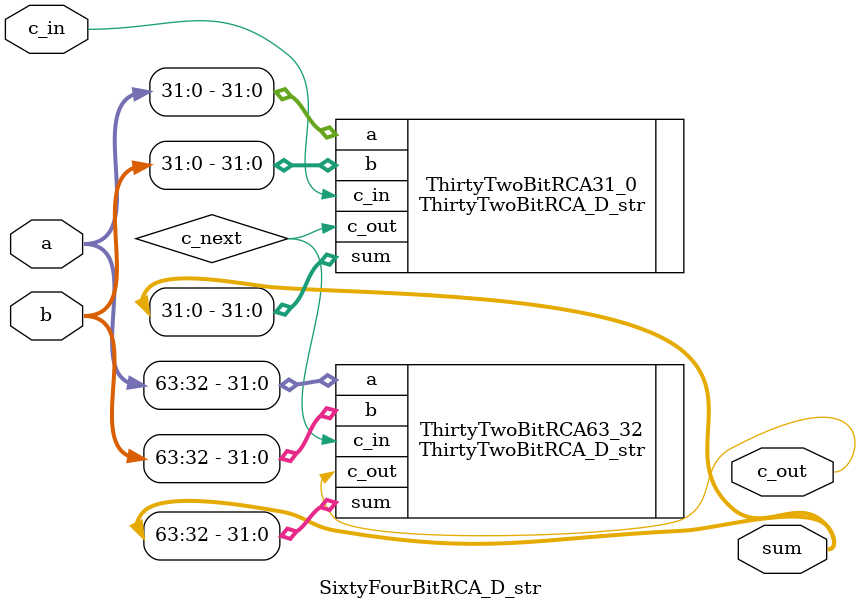
<source format=v>
`timescale 1ns / 1ps

// Delayed 64-bit ripple carry adder
module SixtyFourBitRCA_D_str(
    output c_out,
    output [63:0] sum,
    input [63:0] a,
    input [63:0] b,
    input c_in
    );
        
    wire c_next;            // the carry out of the 32-bit adder that sums bits 31-0 of a and b
    
    ThirtyTwoBitRCA_D_str      ThirtyTwoBitRCA31_0        (.c_out(c_next), .sum(sum[31:0]), .a(a[31:0]), .b(b[31:0]), .c_in(c_in));       // compute sum of bits 31-0 of a and b with c_in using a 32-bit RCA
    ThirtyTwoBitRCA_D_str      ThirtyTwoBitRCA63_32       (.c_out(c_out), .sum(sum[63:32]), .a(a[63:32]), .b(b[63:32]), .c_in(c_next));   // compute sum of bits 63_32 of and ab with c_next using a 32-bit RCA
    
endmodule
</source>
